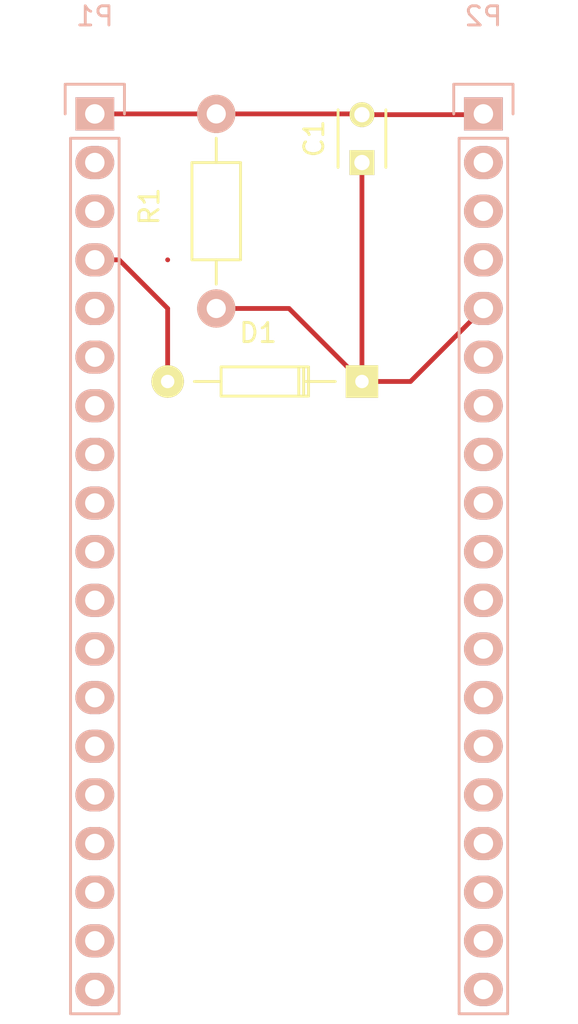
<source format=kicad_pcb>
(kicad_pcb (version 4) (host pcbnew 4.0.3+e1-6302~38~ubuntu16.04.1-stable)

  (general
    (links 7)
    (no_connects 0)
    (area 125.776667 99.335 156.163334 153.135001)
    (thickness 1.6)
    (drawings 0)
    (tracks 17)
    (zones 0)
    (modules 5)
    (nets 38)
  )

  (page A4)
  (layers
    (0 F.Cu signal)
    (31 B.Cu signal)
    (32 B.Adhes user)
    (33 F.Adhes user)
    (34 B.Paste user)
    (35 F.Paste user)
    (36 B.SilkS user)
    (37 F.SilkS user)
    (38 B.Mask user)
    (39 F.Mask user)
    (40 Dwgs.User user)
    (41 Cmts.User user)
    (42 Eco1.User user)
    (43 Eco2.User user)
    (44 Edge.Cuts user)
    (45 Margin user)
    (46 B.CrtYd user)
    (47 F.CrtYd user)
    (48 B.Fab user)
    (49 F.Fab user)
  )

  (setup
    (last_trace_width 0.25)
    (trace_clearance 0.2)
    (zone_clearance 0.508)
    (zone_45_only no)
    (trace_min 0.2)
    (segment_width 0.2)
    (edge_width 0.15)
    (via_size 0.6)
    (via_drill 0.4)
    (via_min_size 0.4)
    (via_min_drill 0.3)
    (uvia_size 0.3)
    (uvia_drill 0.1)
    (uvias_allowed no)
    (uvia_min_size 0.2)
    (uvia_min_drill 0.1)
    (pcb_text_width 0.3)
    (pcb_text_size 1.5 1.5)
    (mod_edge_width 0.15)
    (mod_text_size 1 1)
    (mod_text_width 0.15)
    (pad_size 1.524 1.524)
    (pad_drill 0.762)
    (pad_to_mask_clearance 0.2)
    (aux_axis_origin 0 0)
    (visible_elements 7FFFFFFF)
    (pcbplotparams
      (layerselection 0x00030_80000001)
      (usegerberextensions false)
      (excludeedgelayer true)
      (linewidth 0.100000)
      (plotframeref false)
      (viasonmask false)
      (mode 1)
      (useauxorigin false)
      (hpglpennumber 1)
      (hpglpenspeed 20)
      (hpglpendiameter 15)
      (hpglpenoverlay 2)
      (psnegative false)
      (psa4output false)
      (plotreference true)
      (plotvalue true)
      (plotinvisibletext false)
      (padsonsilk false)
      (subtractmaskfromsilk false)
      (outputformat 1)
      (mirror false)
      (drillshape 1)
      (scaleselection 1)
      (outputdirectory ""))
  )

  (net 0 "")
  (net 1 "Net-(C1-Pad1)")
  (net 2 "Net-(C1-Pad2)")
  (net 3 "Net-(D1-Pad2)")
  (net 4 "Net-(P1-Pad2)")
  (net 5 "Net-(P1-Pad3)")
  (net 6 "Net-(P1-Pad5)")
  (net 7 "Net-(P1-Pad6)")
  (net 8 "Net-(P1-Pad7)")
  (net 9 "Net-(P1-Pad8)")
  (net 10 "Net-(P1-Pad9)")
  (net 11 "Net-(P1-Pad10)")
  (net 12 "Net-(P1-Pad11)")
  (net 13 "Net-(P1-Pad12)")
  (net 14 "Net-(P1-Pad13)")
  (net 15 "Net-(P1-Pad14)")
  (net 16 "Net-(P1-Pad15)")
  (net 17 "Net-(P1-Pad16)")
  (net 18 "Net-(P1-Pad17)")
  (net 19 "Net-(P1-Pad18)")
  (net 20 "Net-(P1-Pad19)")
  (net 21 "Net-(P2-Pad2)")
  (net 22 "Net-(P2-Pad3)")
  (net 23 "Net-(P2-Pad4)")
  (net 24 "Net-(P2-Pad6)")
  (net 25 "Net-(P2-Pad7)")
  (net 26 "Net-(P2-Pad8)")
  (net 27 "Net-(P2-Pad9)")
  (net 28 "Net-(P2-Pad10)")
  (net 29 "Net-(P2-Pad11)")
  (net 30 "Net-(P2-Pad12)")
  (net 31 "Net-(P2-Pad13)")
  (net 32 "Net-(P2-Pad14)")
  (net 33 "Net-(P2-Pad15)")
  (net 34 "Net-(P2-Pad16)")
  (net 35 "Net-(P2-Pad17)")
  (net 36 "Net-(P2-Pad18)")
  (net 37 "Net-(P2-Pad19)")

  (net_class Default "This is the default net class."
    (clearance 0.2)
    (trace_width 0.25)
    (via_dia 0.6)
    (via_drill 0.4)
    (uvia_dia 0.3)
    (uvia_drill 0.1)
    (add_net "Net-(C1-Pad1)")
    (add_net "Net-(C1-Pad2)")
    (add_net "Net-(D1-Pad2)")
    (add_net "Net-(P1-Pad10)")
    (add_net "Net-(P1-Pad11)")
    (add_net "Net-(P1-Pad12)")
    (add_net "Net-(P1-Pad13)")
    (add_net "Net-(P1-Pad14)")
    (add_net "Net-(P1-Pad15)")
    (add_net "Net-(P1-Pad16)")
    (add_net "Net-(P1-Pad17)")
    (add_net "Net-(P1-Pad18)")
    (add_net "Net-(P1-Pad19)")
    (add_net "Net-(P1-Pad2)")
    (add_net "Net-(P1-Pad3)")
    (add_net "Net-(P1-Pad5)")
    (add_net "Net-(P1-Pad6)")
    (add_net "Net-(P1-Pad7)")
    (add_net "Net-(P1-Pad8)")
    (add_net "Net-(P1-Pad9)")
    (add_net "Net-(P2-Pad10)")
    (add_net "Net-(P2-Pad11)")
    (add_net "Net-(P2-Pad12)")
    (add_net "Net-(P2-Pad13)")
    (add_net "Net-(P2-Pad14)")
    (add_net "Net-(P2-Pad15)")
    (add_net "Net-(P2-Pad16)")
    (add_net "Net-(P2-Pad17)")
    (add_net "Net-(P2-Pad18)")
    (add_net "Net-(P2-Pad19)")
    (add_net "Net-(P2-Pad2)")
    (add_net "Net-(P2-Pad3)")
    (add_net "Net-(P2-Pad4)")
    (add_net "Net-(P2-Pad6)")
    (add_net "Net-(P2-Pad7)")
    (add_net "Net-(P2-Pad8)")
    (add_net "Net-(P2-Pad9)")
  )

  (module Capacitors_ThroughHole:C_Disc_D3_P2.5 (layer F.Cu) (tedit 0) (tstamp 57AB4846)
    (at 144.78 107.95 90)
    (descr "Capacitor 3mm Disc, Pitch 2.5mm")
    (tags Capacitor)
    (path /57A4D575)
    (fp_text reference C1 (at 1.25 -2.5 90) (layer F.SilkS)
      (effects (font (size 1 1) (thickness 0.15)))
    )
    (fp_text value 10p (at 1.25 2.5 90) (layer F.Fab)
      (effects (font (size 1 1) (thickness 0.15)))
    )
    (fp_line (start -0.9 -1.5) (end 3.4 -1.5) (layer F.CrtYd) (width 0.05))
    (fp_line (start 3.4 -1.5) (end 3.4 1.5) (layer F.CrtYd) (width 0.05))
    (fp_line (start 3.4 1.5) (end -0.9 1.5) (layer F.CrtYd) (width 0.05))
    (fp_line (start -0.9 1.5) (end -0.9 -1.5) (layer F.CrtYd) (width 0.05))
    (fp_line (start -0.25 -1.25) (end 2.75 -1.25) (layer F.SilkS) (width 0.15))
    (fp_line (start 2.75 1.25) (end -0.25 1.25) (layer F.SilkS) (width 0.15))
    (pad 1 thru_hole rect (at 0 0 90) (size 1.3 1.3) (drill 0.8) (layers *.Cu *.Mask F.SilkS)
      (net 1 "Net-(C1-Pad1)"))
    (pad 2 thru_hole circle (at 2.5 0 90) (size 1.3 1.3) (drill 0.8001) (layers *.Cu *.Mask F.SilkS)
      (net 2 "Net-(C1-Pad2)"))
    (model Capacitors_ThroughHole.3dshapes/C_Disc_D3_P2.5.wrl
      (at (xyz 0.0492126 0 0))
      (scale (xyz 1 1 1))
      (rotate (xyz 0 0 0))
    )
  )

  (module Diodes_ThroughHole:Diode_DO-35_SOD27_Horizontal_RM10 (layer F.Cu) (tedit 552FFC30) (tstamp 57AB484C)
    (at 144.78 119.38 180)
    (descr "Diode, DO-35,  SOD27, Horizontal, RM 10mm")
    (tags "Diode, DO-35, SOD27, Horizontal, RM 10mm, 1N4148,")
    (path /57A4D48B)
    (fp_text reference D1 (at 5.43052 2.53746 180) (layer F.SilkS)
      (effects (font (size 1 1) (thickness 0.15)))
    )
    (fp_text value 1N60 (at 4.41452 -3.55854 180) (layer F.Fab)
      (effects (font (size 1 1) (thickness 0.15)))
    )
    (fp_line (start 7.36652 -0.00254) (end 8.76352 -0.00254) (layer F.SilkS) (width 0.15))
    (fp_line (start 2.92152 -0.00254) (end 1.39752 -0.00254) (layer F.SilkS) (width 0.15))
    (fp_line (start 3.30252 -0.76454) (end 3.30252 0.75946) (layer F.SilkS) (width 0.15))
    (fp_line (start 3.04852 -0.76454) (end 3.04852 0.75946) (layer F.SilkS) (width 0.15))
    (fp_line (start 2.79452 -0.00254) (end 2.79452 0.75946) (layer F.SilkS) (width 0.15))
    (fp_line (start 2.79452 0.75946) (end 7.36652 0.75946) (layer F.SilkS) (width 0.15))
    (fp_line (start 7.36652 0.75946) (end 7.36652 -0.76454) (layer F.SilkS) (width 0.15))
    (fp_line (start 7.36652 -0.76454) (end 2.79452 -0.76454) (layer F.SilkS) (width 0.15))
    (fp_line (start 2.79452 -0.76454) (end 2.79452 -0.00254) (layer F.SilkS) (width 0.15))
    (pad 2 thru_hole circle (at 10.16052 -0.00254) (size 1.69926 1.69926) (drill 0.70104) (layers *.Cu *.Mask F.SilkS)
      (net 3 "Net-(D1-Pad2)"))
    (pad 1 thru_hole rect (at 0.00052 -0.00254) (size 1.69926 1.69926) (drill 0.70104) (layers *.Cu *.Mask F.SilkS)
      (net 1 "Net-(C1-Pad1)"))
    (model Diodes_ThroughHole.3dshapes/Diode_DO-35_SOD27_Horizontal_RM10.wrl
      (at (xyz 0.2 0 0))
      (scale (xyz 0.4 0.4 0.4))
      (rotate (xyz 0 0 180))
    )
  )

  (module Pin_Headers:Pin_Header_Straight_1x19 (layer B.Cu) (tedit 0) (tstamp 57AB4863)
    (at 130.81 105.41 180)
    (descr "Through hole pin header")
    (tags "pin header")
    (path /57A857B8)
    (fp_text reference P1 (at 0 5.1 180) (layer B.SilkS)
      (effects (font (size 1 1) (thickness 0.15)) (justify mirror))
    )
    (fp_text value CONN_01X19 (at 0 3.1 180) (layer B.Fab)
      (effects (font (size 1 1) (thickness 0.15)) (justify mirror))
    )
    (fp_line (start -1.75 1.75) (end -1.75 -47.5) (layer B.CrtYd) (width 0.05))
    (fp_line (start 1.75 1.75) (end 1.75 -47.5) (layer B.CrtYd) (width 0.05))
    (fp_line (start -1.75 1.75) (end 1.75 1.75) (layer B.CrtYd) (width 0.05))
    (fp_line (start -1.75 -47.5) (end 1.75 -47.5) (layer B.CrtYd) (width 0.05))
    (fp_line (start 1.27 -1.27) (end 1.27 -46.99) (layer B.SilkS) (width 0.15))
    (fp_line (start 1.27 -46.99) (end -1.27 -46.99) (layer B.SilkS) (width 0.15))
    (fp_line (start -1.27 -46.99) (end -1.27 -1.27) (layer B.SilkS) (width 0.15))
    (fp_line (start 1.55 1.55) (end 1.55 0) (layer B.SilkS) (width 0.15))
    (fp_line (start 1.27 -1.27) (end -1.27 -1.27) (layer B.SilkS) (width 0.15))
    (fp_line (start -1.55 0) (end -1.55 1.55) (layer B.SilkS) (width 0.15))
    (fp_line (start -1.55 1.55) (end 1.55 1.55) (layer B.SilkS) (width 0.15))
    (pad 1 thru_hole rect (at 0 0 180) (size 2.032 1.7272) (drill 1.016) (layers *.Cu *.Mask B.SilkS)
      (net 2 "Net-(C1-Pad2)"))
    (pad 2 thru_hole oval (at 0 -2.54 180) (size 2.032 1.7272) (drill 1.016) (layers *.Cu *.Mask B.SilkS)
      (net 4 "Net-(P1-Pad2)"))
    (pad 3 thru_hole oval (at 0 -5.08 180) (size 2.032 1.7272) (drill 1.016) (layers *.Cu *.Mask B.SilkS)
      (net 5 "Net-(P1-Pad3)"))
    (pad 4 thru_hole oval (at 0 -7.62 180) (size 2.032 1.7272) (drill 1.016) (layers *.Cu *.Mask B.SilkS)
      (net 3 "Net-(D1-Pad2)"))
    (pad 5 thru_hole oval (at 0 -10.16 180) (size 2.032 1.7272) (drill 1.016) (layers *.Cu *.Mask B.SilkS)
      (net 6 "Net-(P1-Pad5)"))
    (pad 6 thru_hole oval (at 0 -12.7 180) (size 2.032 1.7272) (drill 1.016) (layers *.Cu *.Mask B.SilkS)
      (net 7 "Net-(P1-Pad6)"))
    (pad 7 thru_hole oval (at 0 -15.24 180) (size 2.032 1.7272) (drill 1.016) (layers *.Cu *.Mask B.SilkS)
      (net 8 "Net-(P1-Pad7)"))
    (pad 8 thru_hole oval (at 0 -17.78 180) (size 2.032 1.7272) (drill 1.016) (layers *.Cu *.Mask B.SilkS)
      (net 9 "Net-(P1-Pad8)"))
    (pad 9 thru_hole oval (at 0 -20.32 180) (size 2.032 1.7272) (drill 1.016) (layers *.Cu *.Mask B.SilkS)
      (net 10 "Net-(P1-Pad9)"))
    (pad 10 thru_hole oval (at 0 -22.86 180) (size 2.032 1.7272) (drill 1.016) (layers *.Cu *.Mask B.SilkS)
      (net 11 "Net-(P1-Pad10)"))
    (pad 11 thru_hole oval (at 0 -25.4 180) (size 2.032 1.7272) (drill 1.016) (layers *.Cu *.Mask B.SilkS)
      (net 12 "Net-(P1-Pad11)"))
    (pad 12 thru_hole oval (at 0 -27.94 180) (size 2.032 1.7272) (drill 1.016) (layers *.Cu *.Mask B.SilkS)
      (net 13 "Net-(P1-Pad12)"))
    (pad 13 thru_hole oval (at 0 -30.48 180) (size 2.032 1.7272) (drill 1.016) (layers *.Cu *.Mask B.SilkS)
      (net 14 "Net-(P1-Pad13)"))
    (pad 14 thru_hole oval (at 0 -33.02 180) (size 2.032 1.7272) (drill 1.016) (layers *.Cu *.Mask B.SilkS)
      (net 15 "Net-(P1-Pad14)"))
    (pad 15 thru_hole oval (at 0 -35.56 180) (size 2.032 1.7272) (drill 1.016) (layers *.Cu *.Mask B.SilkS)
      (net 16 "Net-(P1-Pad15)"))
    (pad 16 thru_hole oval (at 0 -38.1 180) (size 2.032 1.7272) (drill 1.016) (layers *.Cu *.Mask B.SilkS)
      (net 17 "Net-(P1-Pad16)"))
    (pad 17 thru_hole oval (at 0 -40.64 180) (size 2.032 1.7272) (drill 1.016) (layers *.Cu *.Mask B.SilkS)
      (net 18 "Net-(P1-Pad17)"))
    (pad 18 thru_hole oval (at 0 -43.18 180) (size 2.032 1.7272) (drill 1.016) (layers *.Cu *.Mask B.SilkS)
      (net 19 "Net-(P1-Pad18)"))
    (pad 19 thru_hole oval (at 0 -45.72 180) (size 2.032 1.7272) (drill 1.016) (layers *.Cu *.Mask B.SilkS)
      (net 20 "Net-(P1-Pad19)"))
    (model Pin_Headers.3dshapes/Pin_Header_Straight_1x19.wrl
      (at (xyz 0 -0.9 0))
      (scale (xyz 1 1 1))
      (rotate (xyz 0 0 90))
    )
  )

  (module Pin_Headers:Pin_Header_Straight_1x19 (layer B.Cu) (tedit 0) (tstamp 57AB487A)
    (at 151.13 105.41 180)
    (descr "Through hole pin header")
    (tags "pin header")
    (path /57A857FF)
    (fp_text reference P2 (at 0 5.1 180) (layer B.SilkS)
      (effects (font (size 1 1) (thickness 0.15)) (justify mirror))
    )
    (fp_text value CONN_01X19 (at 0 3.1 180) (layer B.Fab)
      (effects (font (size 1 1) (thickness 0.15)) (justify mirror))
    )
    (fp_line (start -1.75 1.75) (end -1.75 -47.5) (layer B.CrtYd) (width 0.05))
    (fp_line (start 1.75 1.75) (end 1.75 -47.5) (layer B.CrtYd) (width 0.05))
    (fp_line (start -1.75 1.75) (end 1.75 1.75) (layer B.CrtYd) (width 0.05))
    (fp_line (start -1.75 -47.5) (end 1.75 -47.5) (layer B.CrtYd) (width 0.05))
    (fp_line (start 1.27 -1.27) (end 1.27 -46.99) (layer B.SilkS) (width 0.15))
    (fp_line (start 1.27 -46.99) (end -1.27 -46.99) (layer B.SilkS) (width 0.15))
    (fp_line (start -1.27 -46.99) (end -1.27 -1.27) (layer B.SilkS) (width 0.15))
    (fp_line (start 1.55 1.55) (end 1.55 0) (layer B.SilkS) (width 0.15))
    (fp_line (start 1.27 -1.27) (end -1.27 -1.27) (layer B.SilkS) (width 0.15))
    (fp_line (start -1.55 0) (end -1.55 1.55) (layer B.SilkS) (width 0.15))
    (fp_line (start -1.55 1.55) (end 1.55 1.55) (layer B.SilkS) (width 0.15))
    (pad 1 thru_hole rect (at 0 0 180) (size 2.032 1.7272) (drill 1.016) (layers *.Cu *.Mask B.SilkS)
      (net 2 "Net-(C1-Pad2)"))
    (pad 2 thru_hole oval (at 0 -2.54 180) (size 2.032 1.7272) (drill 1.016) (layers *.Cu *.Mask B.SilkS)
      (net 21 "Net-(P2-Pad2)"))
    (pad 3 thru_hole oval (at 0 -5.08 180) (size 2.032 1.7272) (drill 1.016) (layers *.Cu *.Mask B.SilkS)
      (net 22 "Net-(P2-Pad3)"))
    (pad 4 thru_hole oval (at 0 -7.62 180) (size 2.032 1.7272) (drill 1.016) (layers *.Cu *.Mask B.SilkS)
      (net 23 "Net-(P2-Pad4)"))
    (pad 5 thru_hole oval (at 0 -10.16 180) (size 2.032 1.7272) (drill 1.016) (layers *.Cu *.Mask B.SilkS)
      (net 1 "Net-(C1-Pad1)"))
    (pad 6 thru_hole oval (at 0 -12.7 180) (size 2.032 1.7272) (drill 1.016) (layers *.Cu *.Mask B.SilkS)
      (net 24 "Net-(P2-Pad6)"))
    (pad 7 thru_hole oval (at 0 -15.24 180) (size 2.032 1.7272) (drill 1.016) (layers *.Cu *.Mask B.SilkS)
      (net 25 "Net-(P2-Pad7)"))
    (pad 8 thru_hole oval (at 0 -17.78 180) (size 2.032 1.7272) (drill 1.016) (layers *.Cu *.Mask B.SilkS)
      (net 26 "Net-(P2-Pad8)"))
    (pad 9 thru_hole oval (at 0 -20.32 180) (size 2.032 1.7272) (drill 1.016) (layers *.Cu *.Mask B.SilkS)
      (net 27 "Net-(P2-Pad9)"))
    (pad 10 thru_hole oval (at 0 -22.86 180) (size 2.032 1.7272) (drill 1.016) (layers *.Cu *.Mask B.SilkS)
      (net 28 "Net-(P2-Pad10)"))
    (pad 11 thru_hole oval (at 0 -25.4 180) (size 2.032 1.7272) (drill 1.016) (layers *.Cu *.Mask B.SilkS)
      (net 29 "Net-(P2-Pad11)"))
    (pad 12 thru_hole oval (at 0 -27.94 180) (size 2.032 1.7272) (drill 1.016) (layers *.Cu *.Mask B.SilkS)
      (net 30 "Net-(P2-Pad12)"))
    (pad 13 thru_hole oval (at 0 -30.48 180) (size 2.032 1.7272) (drill 1.016) (layers *.Cu *.Mask B.SilkS)
      (net 31 "Net-(P2-Pad13)"))
    (pad 14 thru_hole oval (at 0 -33.02 180) (size 2.032 1.7272) (drill 1.016) (layers *.Cu *.Mask B.SilkS)
      (net 32 "Net-(P2-Pad14)"))
    (pad 15 thru_hole oval (at 0 -35.56 180) (size 2.032 1.7272) (drill 1.016) (layers *.Cu *.Mask B.SilkS)
      (net 33 "Net-(P2-Pad15)"))
    (pad 16 thru_hole oval (at 0 -38.1 180) (size 2.032 1.7272) (drill 1.016) (layers *.Cu *.Mask B.SilkS)
      (net 34 "Net-(P2-Pad16)"))
    (pad 17 thru_hole oval (at 0 -40.64 180) (size 2.032 1.7272) (drill 1.016) (layers *.Cu *.Mask B.SilkS)
      (net 35 "Net-(P2-Pad17)"))
    (pad 18 thru_hole oval (at 0 -43.18 180) (size 2.032 1.7272) (drill 1.016) (layers *.Cu *.Mask B.SilkS)
      (net 36 "Net-(P2-Pad18)"))
    (pad 19 thru_hole oval (at 0 -45.72 180) (size 2.032 1.7272) (drill 1.016) (layers *.Cu *.Mask B.SilkS)
      (net 37 "Net-(P2-Pad19)"))
    (model Pin_Headers.3dshapes/Pin_Header_Straight_1x19.wrl
      (at (xyz 0 -0.9 0))
      (scale (xyz 1 1 1))
      (rotate (xyz 0 0 90))
    )
  )

  (module Resistors_ThroughHole:Resistor_Horizontal_RM10mm (layer F.Cu) (tedit 56648415) (tstamp 57AB4880)
    (at 137.16 115.57 90)
    (descr "Resistor, Axial,  RM 10mm, 1/3W")
    (tags "Resistor Axial RM 10mm 1/3W")
    (path /57A4D538)
    (fp_text reference R1 (at 5.32892 -3.50012 90) (layer F.SilkS)
      (effects (font (size 1 1) (thickness 0.15)))
    )
    (fp_text value 3.9k (at 5.08 3.81 90) (layer F.Fab)
      (effects (font (size 1 1) (thickness 0.15)))
    )
    (fp_line (start -1.25 -1.5) (end 11.4 -1.5) (layer F.CrtYd) (width 0.05))
    (fp_line (start -1.25 1.5) (end -1.25 -1.5) (layer F.CrtYd) (width 0.05))
    (fp_line (start 11.4 -1.5) (end 11.4 1.5) (layer F.CrtYd) (width 0.05))
    (fp_line (start -1.25 1.5) (end 11.4 1.5) (layer F.CrtYd) (width 0.05))
    (fp_line (start 2.54 -1.27) (end 7.62 -1.27) (layer F.SilkS) (width 0.15))
    (fp_line (start 7.62 -1.27) (end 7.62 1.27) (layer F.SilkS) (width 0.15))
    (fp_line (start 7.62 1.27) (end 2.54 1.27) (layer F.SilkS) (width 0.15))
    (fp_line (start 2.54 1.27) (end 2.54 -1.27) (layer F.SilkS) (width 0.15))
    (fp_line (start 2.54 0) (end 1.27 0) (layer F.SilkS) (width 0.15))
    (fp_line (start 7.62 0) (end 8.89 0) (layer F.SilkS) (width 0.15))
    (pad 1 thru_hole circle (at 0 0 90) (size 1.99898 1.99898) (drill 1.00076) (layers *.Cu *.SilkS *.Mask)
      (net 1 "Net-(C1-Pad1)"))
    (pad 2 thru_hole circle (at 10.16 0 90) (size 1.99898 1.99898) (drill 1.00076) (layers *.Cu *.SilkS *.Mask)
      (net 2 "Net-(C1-Pad2)"))
    (model Resistors_ThroughHole.3dshapes/Resistor_Horizontal_RM10mm.wrl
      (at (xyz 0.2 0 0))
      (scale (xyz 0.4 0.4 0.4))
      (rotate (xyz 0 0 0))
    )
  )

  (segment (start 134.62 113.03) (end 134.61948 113.03052) (width 0.25) (layer F.Cu) (net 0) (tstamp 57AC31A9))
  (segment (start 144.77948 119.38254) (end 147.31746 119.38254) (width 0.25) (layer F.Cu) (net 1))
  (segment (start 147.31746 119.38254) (end 151.13 115.57) (width 0.25) (layer F.Cu) (net 1) (tstamp 57AC31D7))
  (segment (start 144.77948 119.38254) (end 144.77948 107.95052) (width 0.25) (layer F.Cu) (net 1))
  (segment (start 144.77948 107.95052) (end 144.78 107.95) (width 0.25) (layer F.Cu) (net 1) (tstamp 57AC31D2))
  (segment (start 137.16 115.57) (end 140.96694 115.57) (width 0.25) (layer F.Cu) (net 1))
  (segment (start 140.96694 115.57) (end 144.77948 119.38254) (width 0.25) (layer F.Cu) (net 1) (tstamp 57AC31B5))
  (segment (start 144.78 105.45) (end 151.09 105.45) (width 0.25) (layer F.Cu) (net 2))
  (segment (start 151.09 105.45) (end 151.13 105.41) (width 0.25) (layer F.Cu) (net 2) (tstamp 57AC3237))
  (segment (start 137.16 105.41) (end 144.74 105.41) (width 0.25) (layer F.Cu) (net 2))
  (segment (start 144.74 105.41) (end 144.78 105.45) (width 0.25) (layer F.Cu) (net 2) (tstamp 57AC3231))
  (segment (start 137.16 105.41) (end 137.2 105.45) (width 0.25) (layer F.Cu) (net 2) (tstamp 57AC31A2))
  (segment (start 151.09 105.45) (end 151.13 105.41) (width 0.25) (layer F.Cu) (net 2) (tstamp 57AC31A4))
  (segment (start 130.81 105.41) (end 137.16 105.41) (width 0.25) (layer F.Cu) (net 2))
  (segment (start 130.81 113.03) (end 132.08 113.03) (width 0.25) (layer F.Cu) (net 3))
  (segment (start 132.08 113.03) (end 134.61948 115.56948) (width 0.25) (layer F.Cu) (net 3) (tstamp 57AC3255))
  (segment (start 134.61948 115.56948) (end 134.61948 119.38254) (width 0.25) (layer F.Cu) (net 3) (tstamp 57AC325A))

)

</source>
